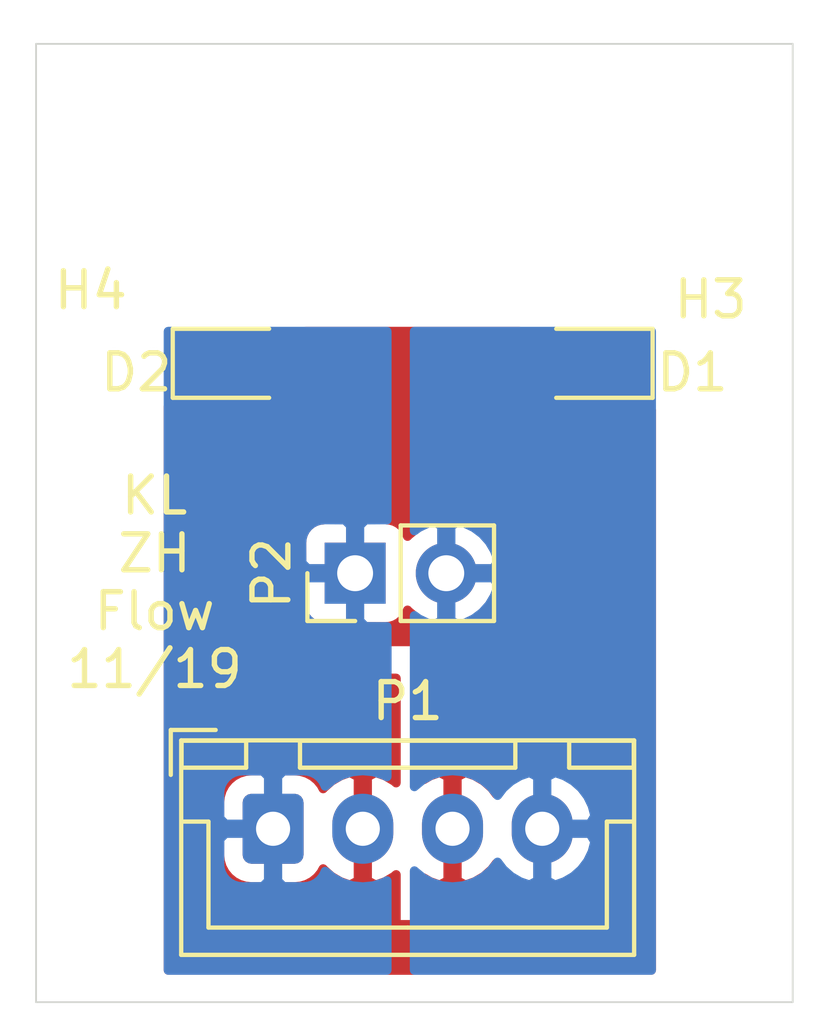
<source format=kicad_pcb>
(kicad_pcb (version 20171130) (host pcbnew "(5.1.2-1)-1")

  (general
    (thickness 1.6)
    (drawings 5)
    (tracks 0)
    (zones 0)
    (modules 6)
    (nets 5)
  )

  (page A4)
  (layers
    (0 F.Cu signal)
    (31 B.Cu signal)
    (32 B.Adhes user)
    (33 F.Adhes user)
    (34 B.Paste user)
    (35 F.Paste user)
    (36 B.SilkS user)
    (37 F.SilkS user)
    (38 B.Mask user)
    (39 F.Mask user)
    (40 Dwgs.User user)
    (41 Cmts.User user)
    (42 Eco1.User user)
    (43 Eco2.User user)
    (44 Edge.Cuts user)
    (45 Margin user)
    (46 B.CrtYd user)
    (47 F.CrtYd user)
    (48 B.Fab user)
    (49 F.Fab user)
  )

  (setup
    (last_trace_width 0.25)
    (user_trace_width 0.75)
    (trace_clearance 0.2)
    (zone_clearance 0.508)
    (zone_45_only no)
    (trace_min 0.2)
    (via_size 0.8)
    (via_drill 0.4)
    (via_min_size 0.4)
    (via_min_drill 0.3)
    (uvia_size 0.3)
    (uvia_drill 0.1)
    (uvias_allowed no)
    (uvia_min_size 0.2)
    (uvia_min_drill 0.1)
    (edge_width 0.05)
    (segment_width 0.2)
    (pcb_text_width 0.3)
    (pcb_text_size 1.5 1.5)
    (mod_edge_width 0.12)
    (mod_text_size 1 1)
    (mod_text_width 0.15)
    (pad_size 1.6 1.6)
    (pad_drill 1)
    (pad_to_mask_clearance 0.051)
    (solder_mask_min_width 0.25)
    (aux_axis_origin 0 0)
    (visible_elements FFFFFF7F)
    (pcbplotparams
      (layerselection 0x010fc_ffffffff)
      (usegerberextensions false)
      (usegerberattributes false)
      (usegerberadvancedattributes false)
      (creategerberjobfile false)
      (excludeedgelayer true)
      (linewidth 0.100000)
      (plotframeref false)
      (viasonmask false)
      (mode 1)
      (useauxorigin false)
      (hpglpennumber 1)
      (hpglpenspeed 20)
      (hpglpendiameter 15.000000)
      (psnegative false)
      (psa4output false)
      (plotreference true)
      (plotvalue true)
      (plotinvisibletext false)
      (padsonsilk false)
      (subtractmaskfromsilk false)
      (outputformat 1)
      (mirror false)
      (drillshape 0)
      (scaleselection 1)
      (outputdirectory ""))
  )

  (net 0 "")
  (net 1 /LED_GND)
  (net 2 /LED_PWR)
  (net 3 /OUT)
  (net 4 /V_SENSE)

  (net_class Default "This is the default net class."
    (clearance 0.2)
    (trace_width 0.25)
    (via_dia 0.8)
    (via_drill 0.4)
    (uvia_dia 0.3)
    (uvia_drill 0.1)
    (add_net /LED_GND)
    (add_net /LED_PWR)
    (add_net /OUT)
    (add_net /V_SENSE)
  )

  (module MountingHole:MountingHole_3.5mm (layer F.Cu) (tedit 56D1B4CB) (tstamp 5DC548D2)
    (at 190.072 36.3855 180)
    (descr "Mounting Hole 3.5mm, no annular")
    (tags "mounting hole 3.5mm no annular")
    (path /5DD4D03E)
    (attr virtual)
    (fp_text reference H3 (at -1.952 -2.9845) (layer F.SilkS)
      (effects (font (size 1 1) (thickness 0.15)))
    )
    (fp_text value MountingHole (at 0 4.5) (layer F.Fab)
      (effects (font (size 1 1) (thickness 0.15)))
    )
    (fp_text user %R (at 0.3 0) (layer F.Fab)
      (effects (font (size 1 1) (thickness 0.15)))
    )
    (fp_circle (center 0 0) (end 3.5 0) (layer Cmts.User) (width 0.15))
    (fp_circle (center 0 0) (end 3.75 0) (layer F.CrtYd) (width 0.05))
    (pad 1 np_thru_hole circle (at 0 0 180) (size 3.5 3.5) (drill 3.5) (layers *.Cu *.Mask))
  )

  (module MountingHole:MountingHole_3.5mm (layer F.Cu) (tedit 56D1B4CB) (tstamp 5DC548E7)
    (at 177.372 36.3855 180)
    (descr "Mounting Hole 3.5mm, no annular")
    (tags "mounting hole 3.5mm no annular")
    (path /5DD4D6F9)
    (attr virtual)
    (fp_text reference H4 (at 2.62 -2.7305) (layer F.SilkS)
      (effects (font (size 1 1) (thickness 0.15)))
    )
    (fp_text value MountingHole (at 0 4.5) (layer F.Fab)
      (effects (font (size 1 1) (thickness 0.15)))
    )
    (fp_circle (center 0 0) (end 3.75 0) (layer F.CrtYd) (width 0.05))
    (fp_circle (center 0 0) (end 3.5 0) (layer Cmts.User) (width 0.15))
    (fp_text user %R (at 0.3 0) (layer F.Fab)
      (effects (font (size 1 1) (thickness 0.15)))
    )
    (pad 1 np_thru_hole circle (at 0 0 180) (size 3.5 3.5) (drill 3.5) (layers *.Cu *.Mask))
  )

  (module Diode_SMD:D_0805_2012Metric (layer F.Cu) (tedit 5B36C52B) (tstamp 5DC54907)
    (at 188.722 41.148 180)
    (descr "Diode SMD 0805 (2012 Metric), square (rectangular) end terminal, IPC_7351 nominal, (Body size source: https://docs.google.com/spreadsheets/d/1BsfQQcO9C6DZCsRaXUlFlo91Tg2WpOkGARC1WS5S8t0/edit?usp=sharing), generated with kicad-footprint-generator")
    (tags diode)
    (path /5DD29B39)
    (attr smd)
    (fp_text reference D1 (at -2.794 -0.254) (layer F.SilkS)
      (effects (font (size 1 1) (thickness 0.15)))
    )
    (fp_text value D (at 0 1.65) (layer F.Fab)
      (effects (font (size 1 1) (thickness 0.15)))
    )
    (fp_text user %R (at 0 0) (layer F.Fab)
      (effects (font (size 0.5 0.5) (thickness 0.08)))
    )
    (fp_line (start 1.68 0.95) (end -1.68 0.95) (layer F.CrtYd) (width 0.05))
    (fp_line (start 1.68 -0.95) (end 1.68 0.95) (layer F.CrtYd) (width 0.05))
    (fp_line (start -1.68 -0.95) (end 1.68 -0.95) (layer F.CrtYd) (width 0.05))
    (fp_line (start -1.68 0.95) (end -1.68 -0.95) (layer F.CrtYd) (width 0.05))
    (fp_line (start -1.685 0.96) (end 1 0.96) (layer F.SilkS) (width 0.12))
    (fp_line (start -1.685 -0.96) (end -1.685 0.96) (layer F.SilkS) (width 0.12))
    (fp_line (start 1 -0.96) (end -1.685 -0.96) (layer F.SilkS) (width 0.12))
    (fp_line (start 1 0.6) (end 1 -0.6) (layer F.Fab) (width 0.1))
    (fp_line (start -1 0.6) (end 1 0.6) (layer F.Fab) (width 0.1))
    (fp_line (start -1 -0.3) (end -1 0.6) (layer F.Fab) (width 0.1))
    (fp_line (start -0.7 -0.6) (end -1 -0.3) (layer F.Fab) (width 0.1))
    (fp_line (start 1 -0.6) (end -0.7 -0.6) (layer F.Fab) (width 0.1))
    (pad 2 smd roundrect (at 0.9375 0 180) (size 0.975 1.4) (layers F.Cu F.Paste F.Mask) (roundrect_rratio 0.25)
      (net 3 /OUT))
    (pad 1 smd roundrect (at -0.9375 0 180) (size 0.975 1.4) (layers F.Cu F.Paste F.Mask) (roundrect_rratio 0.25)
      (net 4 /V_SENSE))
    (model ${KISYS3DMOD}/Diode_SMD.3dshapes/D_0805_2012Metric.wrl
      (at (xyz 0 0 0))
      (scale (xyz 1 1 1))
      (rotate (xyz 0 0 0))
    )
  )

  (module Diode_SMD:D_0805_2012Metric (layer F.Cu) (tedit 5B36C52B) (tstamp 5DC548A7)
    (at 178.722 41.148)
    (descr "Diode SMD 0805 (2012 Metric), square (rectangular) end terminal, IPC_7351 nominal, (Body size source: https://docs.google.com/spreadsheets/d/1BsfQQcO9C6DZCsRaXUlFlo91Tg2WpOkGARC1WS5S8t0/edit?usp=sharing), generated with kicad-footprint-generator")
    (tags diode)
    (path /5DD28563)
    (attr smd)
    (fp_text reference D2 (at -2.7 0.254) (layer F.SilkS)
      (effects (font (size 1 1) (thickness 0.15)))
    )
    (fp_text value D (at 0 1.65) (layer F.Fab)
      (effects (font (size 1 1) (thickness 0.15)))
    )
    (fp_line (start 1 -0.6) (end -0.7 -0.6) (layer F.Fab) (width 0.1))
    (fp_line (start -0.7 -0.6) (end -1 -0.3) (layer F.Fab) (width 0.1))
    (fp_line (start -1 -0.3) (end -1 0.6) (layer F.Fab) (width 0.1))
    (fp_line (start -1 0.6) (end 1 0.6) (layer F.Fab) (width 0.1))
    (fp_line (start 1 0.6) (end 1 -0.6) (layer F.Fab) (width 0.1))
    (fp_line (start 1 -0.96) (end -1.685 -0.96) (layer F.SilkS) (width 0.12))
    (fp_line (start -1.685 -0.96) (end -1.685 0.96) (layer F.SilkS) (width 0.12))
    (fp_line (start -1.685 0.96) (end 1 0.96) (layer F.SilkS) (width 0.12))
    (fp_line (start -1.68 0.95) (end -1.68 -0.95) (layer F.CrtYd) (width 0.05))
    (fp_line (start -1.68 -0.95) (end 1.68 -0.95) (layer F.CrtYd) (width 0.05))
    (fp_line (start 1.68 -0.95) (end 1.68 0.95) (layer F.CrtYd) (width 0.05))
    (fp_line (start 1.68 0.95) (end -1.68 0.95) (layer F.CrtYd) (width 0.05))
    (fp_text user %R (at 0 0) (layer F.Fab)
      (effects (font (size 0.5 0.5) (thickness 0.08)))
    )
    (pad 1 smd roundrect (at -0.9375 0) (size 0.975 1.4) (layers F.Cu F.Paste F.Mask) (roundrect_rratio 0.25)
      (net 4 /V_SENSE))
    (pad 2 smd roundrect (at 0.9375 0) (size 0.975 1.4) (layers F.Cu F.Paste F.Mask) (roundrect_rratio 0.25)
      (net 3 /OUT))
    (model ${KISYS3DMOD}/Diode_SMD.3dshapes/D_0805_2012Metric.wrl
      (at (xyz 0 0 0))
      (scale (xyz 1 1 1))
      (rotate (xyz 0 0 0))
    )
  )

  (module Connector_JST:JST_XH_B4B-XH-A_1x04_P2.50mm_Vertical (layer F.Cu) (tedit 5C28146C) (tstamp 5DC53BFC)
    (at 179.832 54.102)
    (descr "JST XH series connector, B4B-XH-A (http://www.jst-mfg.com/product/pdf/eng/eXH.pdf), generated with kicad-footprint-generator")
    (tags "connector JST XH vertical")
    (path /5DD0C0C4)
    (fp_text reference P1 (at 3.75 -3.55) (layer F.SilkS)
      (effects (font (size 1 1) (thickness 0.15)))
    )
    (fp_text value CONN_01X04 (at 3.75 4.6) (layer F.Fab)
      (effects (font (size 1 1) (thickness 0.15)))
    )
    (fp_line (start -2.45 -2.35) (end -2.45 3.4) (layer F.Fab) (width 0.1))
    (fp_line (start -2.45 3.4) (end 9.95 3.4) (layer F.Fab) (width 0.1))
    (fp_line (start 9.95 3.4) (end 9.95 -2.35) (layer F.Fab) (width 0.1))
    (fp_line (start 9.95 -2.35) (end -2.45 -2.35) (layer F.Fab) (width 0.1))
    (fp_line (start -2.56 -2.46) (end -2.56 3.51) (layer F.SilkS) (width 0.12))
    (fp_line (start -2.56 3.51) (end 10.06 3.51) (layer F.SilkS) (width 0.12))
    (fp_line (start 10.06 3.51) (end 10.06 -2.46) (layer F.SilkS) (width 0.12))
    (fp_line (start 10.06 -2.46) (end -2.56 -2.46) (layer F.SilkS) (width 0.12))
    (fp_line (start -2.95 -2.85) (end -2.95 3.9) (layer F.CrtYd) (width 0.05))
    (fp_line (start -2.95 3.9) (end 10.45 3.9) (layer F.CrtYd) (width 0.05))
    (fp_line (start 10.45 3.9) (end 10.45 -2.85) (layer F.CrtYd) (width 0.05))
    (fp_line (start 10.45 -2.85) (end -2.95 -2.85) (layer F.CrtYd) (width 0.05))
    (fp_line (start -0.625 -2.35) (end 0 -1.35) (layer F.Fab) (width 0.1))
    (fp_line (start 0 -1.35) (end 0.625 -2.35) (layer F.Fab) (width 0.1))
    (fp_line (start 0.75 -2.45) (end 0.75 -1.7) (layer F.SilkS) (width 0.12))
    (fp_line (start 0.75 -1.7) (end 6.75 -1.7) (layer F.SilkS) (width 0.12))
    (fp_line (start 6.75 -1.7) (end 6.75 -2.45) (layer F.SilkS) (width 0.12))
    (fp_line (start 6.75 -2.45) (end 0.75 -2.45) (layer F.SilkS) (width 0.12))
    (fp_line (start -2.55 -2.45) (end -2.55 -1.7) (layer F.SilkS) (width 0.12))
    (fp_line (start -2.55 -1.7) (end -0.75 -1.7) (layer F.SilkS) (width 0.12))
    (fp_line (start -0.75 -1.7) (end -0.75 -2.45) (layer F.SilkS) (width 0.12))
    (fp_line (start -0.75 -2.45) (end -2.55 -2.45) (layer F.SilkS) (width 0.12))
    (fp_line (start 8.25 -2.45) (end 8.25 -1.7) (layer F.SilkS) (width 0.12))
    (fp_line (start 8.25 -1.7) (end 10.05 -1.7) (layer F.SilkS) (width 0.12))
    (fp_line (start 10.05 -1.7) (end 10.05 -2.45) (layer F.SilkS) (width 0.12))
    (fp_line (start 10.05 -2.45) (end 8.25 -2.45) (layer F.SilkS) (width 0.12))
    (fp_line (start -2.55 -0.2) (end -1.8 -0.2) (layer F.SilkS) (width 0.12))
    (fp_line (start -1.8 -0.2) (end -1.8 2.75) (layer F.SilkS) (width 0.12))
    (fp_line (start -1.8 2.75) (end 3.75 2.75) (layer F.SilkS) (width 0.12))
    (fp_line (start 10.05 -0.2) (end 9.3 -0.2) (layer F.SilkS) (width 0.12))
    (fp_line (start 9.3 -0.2) (end 9.3 2.75) (layer F.SilkS) (width 0.12))
    (fp_line (start 9.3 2.75) (end 3.75 2.75) (layer F.SilkS) (width 0.12))
    (fp_line (start -1.6 -2.75) (end -2.85 -2.75) (layer F.SilkS) (width 0.12))
    (fp_line (start -2.85 -2.75) (end -2.85 -1.5) (layer F.SilkS) (width 0.12))
    (fp_text user %R (at 3.75 2.7) (layer F.Fab)
      (effects (font (size 1 1) (thickness 0.15)))
    )
    (pad 1 thru_hole roundrect (at 0 0) (size 1.7 1.95) (drill 0.95) (layers *.Cu *.Mask) (roundrect_rratio 0.147059)
      (net 2 /LED_PWR))
    (pad 2 thru_hole oval (at 2.5 0) (size 1.7 1.95) (drill 0.95) (layers *.Cu *.Mask)
      (net 4 /V_SENSE))
    (pad 3 thru_hole oval (at 5 0) (size 1.7 1.95) (drill 0.95) (layers *.Cu *.Mask)
      (net 3 /OUT))
    (pad 4 thru_hole oval (at 7.5 0) (size 1.7 1.95) (drill 0.95) (layers *.Cu *.Mask)
      (net 1 /LED_GND))
    (model ${KISYS3DMOD}/Connector_JST.3dshapes/JST_XH_B4B-XH-A_1x04_P2.50mm_Vertical.wrl
      (at (xyz 0 0 0))
      (scale (xyz 1 1 1))
      (rotate (xyz 0 0 0))
    )
  )

  (module Connector_PinHeader_2.54mm:PinHeader_1x02_P2.54mm_Vertical (layer F.Cu) (tedit 59FED5CC) (tstamp 5DC53FE8)
    (at 182.118 46.99 90)
    (descr "Through hole straight pin header, 1x02, 2.54mm pitch, single row")
    (tags "Through hole pin header THT 1x02 2.54mm single row")
    (path /5DD48C42)
    (fp_text reference P2 (at 0 -2.33 90) (layer F.SilkS)
      (effects (font (size 1 1) (thickness 0.15)))
    )
    (fp_text value CONN_01X02 (at 0 4.87 90) (layer F.Fab)
      (effects (font (size 1 1) (thickness 0.15)))
    )
    (fp_line (start -0.635 -1.27) (end 1.27 -1.27) (layer F.Fab) (width 0.1))
    (fp_line (start 1.27 -1.27) (end 1.27 3.81) (layer F.Fab) (width 0.1))
    (fp_line (start 1.27 3.81) (end -1.27 3.81) (layer F.Fab) (width 0.1))
    (fp_line (start -1.27 3.81) (end -1.27 -0.635) (layer F.Fab) (width 0.1))
    (fp_line (start -1.27 -0.635) (end -0.635 -1.27) (layer F.Fab) (width 0.1))
    (fp_line (start -1.33 3.87) (end 1.33 3.87) (layer F.SilkS) (width 0.12))
    (fp_line (start -1.33 1.27) (end -1.33 3.87) (layer F.SilkS) (width 0.12))
    (fp_line (start 1.33 1.27) (end 1.33 3.87) (layer F.SilkS) (width 0.12))
    (fp_line (start -1.33 1.27) (end 1.33 1.27) (layer F.SilkS) (width 0.12))
    (fp_line (start -1.33 0) (end -1.33 -1.33) (layer F.SilkS) (width 0.12))
    (fp_line (start -1.33 -1.33) (end 0 -1.33) (layer F.SilkS) (width 0.12))
    (fp_line (start -1.8 -1.8) (end -1.8 4.35) (layer F.CrtYd) (width 0.05))
    (fp_line (start -1.8 4.35) (end 1.8 4.35) (layer F.CrtYd) (width 0.05))
    (fp_line (start 1.8 4.35) (end 1.8 -1.8) (layer F.CrtYd) (width 0.05))
    (fp_line (start 1.8 -1.8) (end -1.8 -1.8) (layer F.CrtYd) (width 0.05))
    (fp_text user %R (at 0 1.27) (layer F.Fab)
      (effects (font (size 1 1) (thickness 0.15)))
    )
    (pad 1 thru_hole rect (at 0 0 90) (size 1.7 1.7) (drill 1) (layers *.Cu *.Mask)
      (net 2 /LED_PWR))
    (pad 2 thru_hole oval (at 0 2.54 90) (size 1.7 1.7) (drill 1) (layers *.Cu *.Mask)
      (net 1 /LED_GND))
    (model ${KISYS3DMOD}/Connector_PinHeader_2.54mm.3dshapes/PinHeader_1x02_P2.54mm_Vertical.wrl
      (at (xyz 0 0 0))
      (scale (xyz 1 1 1))
      (rotate (xyz 0 0 0))
    )
  )

  (gr_text "KL\nZH\nFlow\n11/19" (at 176.53 47.244) (layer F.SilkS) (tstamp 5DC54CBF)
    (effects (font (size 1 1) (thickness 0.15)))
  )
  (gr_line (start 173.228 32.258) (end 194.31 32.258) (layer Edge.Cuts) (width 0.05))
  (gr_line (start 173.228 58.928) (end 173.228 32.258) (layer Edge.Cuts) (width 0.05))
  (gr_line (start 194.31 58.928) (end 173.228 58.928) (layer Edge.Cuts) (width 0.05))
  (gr_line (start 194.31 32.258) (end 194.31 58.928) (layer Edge.Cuts) (width 0.05))

  (zone (net 3) (net_name /OUT) (layer F.Cu) (tstamp 0) (hatch edge 0.508)
    (connect_pads (clearance 0.508))
    (min_thickness 0.254)
    (fill yes (arc_segments 32) (thermal_gap 0.508) (thermal_bridge_width 0.508))
    (polygon
      (pts
        (xy 188.468 40.132) (xy 178.816 40.132) (xy 178.816 49.022) (xy 183.896 49.022) (xy 183.896 56.134)
        (xy 186.182 56.134) (xy 186.182 49.022) (xy 188.468 49.022)
      )
    )
    (filled_polygon
      (pts
        (xy 186.671188 40.323518) (xy 186.658928 40.448) (xy 186.662 40.86225) (xy 186.82075 41.021) (xy 187.6575 41.021)
        (xy 187.6575 41.001) (xy 187.9115 41.001) (xy 187.9115 41.021) (xy 187.9315 41.021) (xy 187.9315 41.275)
        (xy 187.9115 41.275) (xy 187.9115 42.32425) (xy 188.07025 42.483) (xy 188.272 42.486072) (xy 188.341 42.479276)
        (xy 188.341 48.895) (xy 186.182 48.895) (xy 186.157224 48.89744) (xy 186.133399 48.904667) (xy 186.111443 48.916403)
        (xy 186.092197 48.932197) (xy 186.076403 48.951443) (xy 186.064667 48.973399) (xy 186.05744 48.997224) (xy 186.055 49.022)
        (xy 186.055 53.144032) (xy 185.921049 52.967571) (xy 185.703193 52.774504) (xy 185.451858 52.627648) (xy 185.18889 52.535524)
        (xy 184.959 52.656845) (xy 184.959 53.975) (xy 184.979 53.975) (xy 184.979 54.229) (xy 184.959 54.229)
        (xy 184.959 55.547155) (xy 185.18889 55.668476) (xy 185.451858 55.576352) (xy 185.703193 55.429496) (xy 185.921049 55.236429)
        (xy 186.055 55.059968) (xy 186.055 56.007) (xy 184.023 56.007) (xy 184.023 55.465836) (xy 184.212142 55.576352)
        (xy 184.47511 55.668476) (xy 184.705 55.547155) (xy 184.705 54.229) (xy 184.685 54.229) (xy 184.685 53.975)
        (xy 184.705 53.975) (xy 184.705 52.656845) (xy 184.47511 52.535524) (xy 184.212142 52.627648) (xy 184.023 52.738164)
        (xy 184.023 49.022) (xy 184.02056 48.997224) (xy 184.013333 48.973399) (xy 184.001597 48.951443) (xy 183.985803 48.932197)
        (xy 183.966557 48.916403) (xy 183.944601 48.904667) (xy 183.920776 48.89744) (xy 183.896 48.895) (xy 178.943 48.895)
        (xy 178.943 46.14) (xy 180.629928 46.14) (xy 180.629928 47.84) (xy 180.642188 47.964482) (xy 180.678498 48.08418)
        (xy 180.737463 48.194494) (xy 180.816815 48.291185) (xy 180.913506 48.370537) (xy 181.02382 48.429502) (xy 181.143518 48.465812)
        (xy 181.268 48.478072) (xy 182.968 48.478072) (xy 183.092482 48.465812) (xy 183.21218 48.429502) (xy 183.322494 48.370537)
        (xy 183.419185 48.291185) (xy 183.498537 48.194494) (xy 183.557502 48.08418) (xy 183.578393 48.015313) (xy 183.602866 48.045134)
        (xy 183.828986 48.230706) (xy 184.086966 48.368599) (xy 184.366889 48.453513) (xy 184.58505 48.475) (xy 184.73095 48.475)
        (xy 184.949111 48.453513) (xy 185.229034 48.368599) (xy 185.487014 48.230706) (xy 185.713134 48.045134) (xy 185.898706 47.819014)
        (xy 186.036599 47.561034) (xy 186.121513 47.281111) (xy 186.150185 46.99) (xy 186.121513 46.698889) (xy 186.036599 46.418966)
        (xy 185.898706 46.160986) (xy 185.713134 45.934866) (xy 185.487014 45.749294) (xy 185.229034 45.611401) (xy 184.949111 45.526487)
        (xy 184.73095 45.505) (xy 184.58505 45.505) (xy 184.366889 45.526487) (xy 184.086966 45.611401) (xy 183.828986 45.749294)
        (xy 183.602866 45.934866) (xy 183.578393 45.964687) (xy 183.557502 45.89582) (xy 183.498537 45.785506) (xy 183.419185 45.688815)
        (xy 183.322494 45.609463) (xy 183.21218 45.550498) (xy 183.092482 45.514188) (xy 182.968 45.501928) (xy 181.268 45.501928)
        (xy 181.143518 45.514188) (xy 181.02382 45.550498) (xy 180.913506 45.609463) (xy 180.816815 45.688815) (xy 180.737463 45.785506)
        (xy 180.678498 45.89582) (xy 180.642188 46.015518) (xy 180.629928 46.14) (xy 178.943 46.14) (xy 178.943 42.442107)
        (xy 179.047518 42.473812) (xy 179.172 42.486072) (xy 179.37375 42.483) (xy 179.5325 42.32425) (xy 179.5325 41.275)
        (xy 179.7865 41.275) (xy 179.7865 42.32425) (xy 179.94525 42.483) (xy 180.147 42.486072) (xy 180.271482 42.473812)
        (xy 180.39118 42.437502) (xy 180.501494 42.378537) (xy 180.598185 42.299185) (xy 180.677537 42.202494) (xy 180.736502 42.09218)
        (xy 180.772812 41.972482) (xy 180.785072 41.848) (xy 186.658928 41.848) (xy 186.671188 41.972482) (xy 186.707498 42.09218)
        (xy 186.766463 42.202494) (xy 186.845815 42.299185) (xy 186.942506 42.378537) (xy 187.05282 42.437502) (xy 187.172518 42.473812)
        (xy 187.297 42.486072) (xy 187.49875 42.483) (xy 187.6575 42.32425) (xy 187.6575 41.275) (xy 186.82075 41.275)
        (xy 186.662 41.43375) (xy 186.658928 41.848) (xy 180.785072 41.848) (xy 180.782 41.43375) (xy 180.62325 41.275)
        (xy 179.7865 41.275) (xy 179.5325 41.275) (xy 179.5125 41.275) (xy 179.5125 41.021) (xy 179.5325 41.021)
        (xy 179.5325 41.001) (xy 179.7865 41.001) (xy 179.7865 41.021) (xy 180.62325 41.021) (xy 180.782 40.86225)
        (xy 180.785072 40.448) (xy 180.772812 40.323518) (xy 180.753241 40.259) (xy 186.690759 40.259)
      )
    )
  )
  (zone (net 4) (net_name /V_SENSE) (layer F.Cu) (tstamp 0) (hatch edge 0.508)
    (connect_pads (clearance 0.508))
    (min_thickness 0.254)
    (fill yes (arc_segments 32) (thermal_gap 0.508) (thermal_bridge_width 0.508))
    (polygon
      (pts
        (xy 190.5 40.132) (xy 188.976 40.132) (xy 188.976 49.53) (xy 186.69 49.53) (xy 186.69 56.642)
        (xy 183.388 56.642) (xy 183.388 49.784) (xy 178.308 49.784) (xy 178.308 40.132) (xy 176.784 40.132)
        (xy 176.784 58.166) (xy 190.5 58.166)
      )
    )
    (filled_polygon
      (pts
        (xy 177.9115 41.021) (xy 177.9315 41.021) (xy 177.9315 41.275) (xy 177.9115 41.275) (xy 177.9115 42.32425)
        (xy 178.07025 42.483) (xy 178.181 42.484686) (xy 178.181 49.784) (xy 178.18344 49.808776) (xy 178.190667 49.832601)
        (xy 178.202403 49.854557) (xy 178.218197 49.873803) (xy 178.237443 49.889597) (xy 178.259399 49.901333) (xy 178.283224 49.90856)
        (xy 178.308 49.911) (xy 183.261 49.911) (xy 183.261 52.825733) (xy 183.203193 52.774504) (xy 182.951858 52.627648)
        (xy 182.68889 52.535524) (xy 182.459 52.656845) (xy 182.459 53.975) (xy 182.479 53.975) (xy 182.479 54.229)
        (xy 182.459 54.229) (xy 182.459 55.547155) (xy 182.68889 55.668476) (xy 182.951858 55.576352) (xy 183.203193 55.429496)
        (xy 183.261 55.378267) (xy 183.261 56.642) (xy 183.26344 56.666776) (xy 183.270667 56.690601) (xy 183.282403 56.712557)
        (xy 183.298197 56.731803) (xy 183.317443 56.747597) (xy 183.339399 56.759333) (xy 183.363224 56.76656) (xy 183.388 56.769)
        (xy 186.69 56.769) (xy 186.714776 56.76656) (xy 186.738601 56.759333) (xy 186.760557 56.747597) (xy 186.779803 56.731803)
        (xy 186.795597 56.712557) (xy 186.807333 56.690601) (xy 186.81456 56.666776) (xy 186.817 56.642) (xy 186.817 55.622596)
        (xy 187.04089 55.690513) (xy 187.332 55.719185) (xy 187.623111 55.690513) (xy 187.903034 55.605599) (xy 188.161014 55.467706)
        (xy 188.387134 55.282134) (xy 188.572706 55.056014) (xy 188.710599 54.798033) (xy 188.795513 54.51811) (xy 188.817 54.299949)
        (xy 188.817 53.90405) (xy 188.795513 53.685889) (xy 188.710599 53.405966) (xy 188.572706 53.147986) (xy 188.387134 52.921866)
        (xy 188.161013 52.736294) (xy 187.903033 52.598401) (xy 187.62311 52.513487) (xy 187.332 52.484815) (xy 187.040889 52.513487)
        (xy 186.817 52.581403) (xy 186.817 49.657) (xy 188.976 49.657) (xy 189.000776 49.65456) (xy 189.024601 49.647333)
        (xy 189.046557 49.635597) (xy 189.065803 49.619803) (xy 189.081597 49.600557) (xy 189.093333 49.578601) (xy 189.10056 49.554776)
        (xy 189.103 49.53) (xy 189.103 42.479276) (xy 189.172 42.486072) (xy 189.37375 42.483) (xy 189.5325 42.32425)
        (xy 189.5325 41.275) (xy 189.5125 41.275) (xy 189.5125 41.021) (xy 189.5325 41.021) (xy 189.5325 41.001)
        (xy 189.7865 41.001) (xy 189.7865 41.021) (xy 189.8065 41.021) (xy 189.8065 41.275) (xy 189.7865 41.275)
        (xy 189.7865 42.32425) (xy 189.94525 42.483) (xy 190.147 42.486072) (xy 190.271482 42.473812) (xy 190.373 42.443017)
        (xy 190.373 58.039) (xy 176.911 58.039) (xy 176.911 53.377) (xy 178.343928 53.377) (xy 178.343928 54.827)
        (xy 178.360992 55.000254) (xy 178.411528 55.16685) (xy 178.493595 55.320386) (xy 178.604038 55.454962) (xy 178.738614 55.565405)
        (xy 178.89215 55.647472) (xy 179.058746 55.698008) (xy 179.232 55.715072) (xy 180.432 55.715072) (xy 180.605254 55.698008)
        (xy 180.77185 55.647472) (xy 180.925386 55.565405) (xy 181.059962 55.454962) (xy 181.170405 55.320386) (xy 181.226714 55.215039)
        (xy 181.242951 55.236429) (xy 181.460807 55.429496) (xy 181.712142 55.576352) (xy 181.97511 55.668476) (xy 182.205 55.547155)
        (xy 182.205 54.229) (xy 182.185 54.229) (xy 182.185 53.975) (xy 182.205 53.975) (xy 182.205 52.656845)
        (xy 181.97511 52.535524) (xy 181.712142 52.627648) (xy 181.460807 52.774504) (xy 181.242951 52.967571) (xy 181.226714 52.988961)
        (xy 181.170405 52.883614) (xy 181.059962 52.749038) (xy 180.925386 52.638595) (xy 180.77185 52.556528) (xy 180.605254 52.505992)
        (xy 180.432 52.488928) (xy 179.232 52.488928) (xy 179.058746 52.505992) (xy 178.89215 52.556528) (xy 178.738614 52.638595)
        (xy 178.604038 52.749038) (xy 178.493595 52.883614) (xy 178.411528 53.03715) (xy 178.360992 53.203746) (xy 178.343928 53.377)
        (xy 176.911 53.377) (xy 176.911 42.352681) (xy 176.942506 42.378537) (xy 177.05282 42.437502) (xy 177.172518 42.473812)
        (xy 177.297 42.486072) (xy 177.49875 42.483) (xy 177.6575 42.32425) (xy 177.6575 41.275) (xy 177.6375 41.275)
        (xy 177.6375 41.021) (xy 177.6575 41.021) (xy 177.6575 41.001) (xy 177.9115 41.001)
      )
    )
  )
  (zone (net 1) (net_name /LED_GND) (layer B.Cu) (tstamp 0) (hatch edge 0.508)
    (connect_pads (clearance 0.508))
    (min_thickness 0.254)
    (fill yes (arc_segments 32) (thermal_gap 0.508) (thermal_bridge_width 0.508))
    (polygon
      (pts
        (xy 190.5 58.166) (xy 190.5 40.132) (xy 183.642 40.132) (xy 183.642 58.166)
      )
    )
    (filled_polygon
      (pts
        (xy 190.373 58.039) (xy 183.769 58.039) (xy 183.769 55.272549) (xy 183.776866 55.282134) (xy 184.002987 55.467706)
        (xy 184.260967 55.605599) (xy 184.54089 55.690513) (xy 184.832 55.719185) (xy 185.123111 55.690513) (xy 185.403034 55.605599)
        (xy 185.661014 55.467706) (xy 185.887134 55.282134) (xy 186.072706 55.056014) (xy 186.086462 55.030278) (xy 186.242951 55.236429)
        (xy 186.460807 55.429496) (xy 186.712142 55.576352) (xy 186.97511 55.668476) (xy 187.205 55.547155) (xy 187.205 54.229)
        (xy 187.459 54.229) (xy 187.459 55.547155) (xy 187.68889 55.668476) (xy 187.951858 55.576352) (xy 188.203193 55.429496)
        (xy 188.421049 55.236429) (xy 188.597053 55.00457) (xy 188.724442 54.74283) (xy 188.79832 54.461267) (xy 188.658165 54.229)
        (xy 187.459 54.229) (xy 187.205 54.229) (xy 187.185 54.229) (xy 187.185 53.975) (xy 187.205 53.975)
        (xy 187.205 52.656845) (xy 187.459 52.656845) (xy 187.459 53.975) (xy 188.658165 53.975) (xy 188.79832 53.742733)
        (xy 188.724442 53.46117) (xy 188.597053 53.19943) (xy 188.421049 52.967571) (xy 188.203193 52.774504) (xy 187.951858 52.627648)
        (xy 187.68889 52.535524) (xy 187.459 52.656845) (xy 187.205 52.656845) (xy 186.97511 52.535524) (xy 186.712142 52.627648)
        (xy 186.460807 52.774504) (xy 186.242951 52.967571) (xy 186.086462 53.173722) (xy 186.072706 53.147986) (xy 185.887134 52.921866)
        (xy 185.661013 52.736294) (xy 185.403033 52.598401) (xy 185.12311 52.513487) (xy 184.832 52.484815) (xy 184.540889 52.513487)
        (xy 184.260966 52.598401) (xy 184.002986 52.736294) (xy 183.776866 52.921866) (xy 183.769 52.931451) (xy 183.769 48.170583)
        (xy 183.89108 48.261641) (xy 184.153901 48.386825) (xy 184.30111 48.431476) (xy 184.531 48.310155) (xy 184.531 47.117)
        (xy 184.785 47.117) (xy 184.785 48.310155) (xy 185.01489 48.431476) (xy 185.162099 48.386825) (xy 185.42492 48.261641)
        (xy 185.658269 48.087588) (xy 185.853178 47.871355) (xy 186.002157 47.621252) (xy 186.099481 47.346891) (xy 185.978814 47.117)
        (xy 184.785 47.117) (xy 184.531 47.117) (xy 184.511 47.117) (xy 184.511 46.863) (xy 184.531 46.863)
        (xy 184.531 45.669845) (xy 184.785 45.669845) (xy 184.785 46.863) (xy 185.978814 46.863) (xy 186.099481 46.633109)
        (xy 186.002157 46.358748) (xy 185.853178 46.108645) (xy 185.658269 45.892412) (xy 185.42492 45.718359) (xy 185.162099 45.593175)
        (xy 185.01489 45.548524) (xy 184.785 45.669845) (xy 184.531 45.669845) (xy 184.30111 45.548524) (xy 184.153901 45.593175)
        (xy 183.89108 45.718359) (xy 183.769 45.809417) (xy 183.769 40.259) (xy 190.373 40.259)
      )
    )
  )
  (zone (net 2) (net_name /LED_PWR) (layer B.Cu) (tstamp 0) (hatch edge 0.508)
    (connect_pads (clearance 0.508))
    (min_thickness 0.254)
    (fill yes (arc_segments 32) (thermal_gap 0.508) (thermal_bridge_width 0.508))
    (polygon
      (pts
        (xy 183.134 40.132) (xy 176.784 40.132) (xy 176.784 58.166) (xy 183.134 58.166)
      )
    )
    (filled_polygon
      (pts
        (xy 183.007 45.505769) (xy 182.968 45.501928) (xy 182.40375 45.505) (xy 182.245 45.66375) (xy 182.245 46.863)
        (xy 182.265 46.863) (xy 182.265 47.117) (xy 182.245 47.117) (xy 182.245 48.31625) (xy 182.40375 48.475)
        (xy 182.968 48.478072) (xy 183.007 48.474231) (xy 183.007 52.653972) (xy 182.903033 52.598401) (xy 182.62311 52.513487)
        (xy 182.332 52.484815) (xy 182.040889 52.513487) (xy 181.760966 52.598401) (xy 181.502986 52.736294) (xy 181.282055 52.917608)
        (xy 181.271502 52.88282) (xy 181.212537 52.772506) (xy 181.133185 52.675815) (xy 181.036494 52.596463) (xy 180.92618 52.537498)
        (xy 180.806482 52.501188) (xy 180.682 52.488928) (xy 180.11775 52.492) (xy 179.959 52.65075) (xy 179.959 53.975)
        (xy 179.979 53.975) (xy 179.979 54.229) (xy 179.959 54.229) (xy 179.959 55.55325) (xy 180.11775 55.712)
        (xy 180.682 55.715072) (xy 180.806482 55.702812) (xy 180.92618 55.666502) (xy 181.036494 55.607537) (xy 181.133185 55.528185)
        (xy 181.212537 55.431494) (xy 181.271502 55.32118) (xy 181.282055 55.286392) (xy 181.502987 55.467706) (xy 181.760967 55.605599)
        (xy 182.04089 55.690513) (xy 182.332 55.719185) (xy 182.623111 55.690513) (xy 182.903034 55.605599) (xy 183.007 55.550028)
        (xy 183.007 58.039) (xy 176.911 58.039) (xy 176.911 55.077) (xy 178.343928 55.077) (xy 178.356188 55.201482)
        (xy 178.392498 55.32118) (xy 178.451463 55.431494) (xy 178.530815 55.528185) (xy 178.627506 55.607537) (xy 178.73782 55.666502)
        (xy 178.857518 55.702812) (xy 178.982 55.715072) (xy 179.54625 55.712) (xy 179.705 55.55325) (xy 179.705 54.229)
        (xy 178.50575 54.229) (xy 178.347 54.38775) (xy 178.343928 55.077) (xy 176.911 55.077) (xy 176.911 53.127)
        (xy 178.343928 53.127) (xy 178.347 53.81625) (xy 178.50575 53.975) (xy 179.705 53.975) (xy 179.705 52.65075)
        (xy 179.54625 52.492) (xy 178.982 52.488928) (xy 178.857518 52.501188) (xy 178.73782 52.537498) (xy 178.627506 52.596463)
        (xy 178.530815 52.675815) (xy 178.451463 52.772506) (xy 178.392498 52.88282) (xy 178.356188 53.002518) (xy 178.343928 53.127)
        (xy 176.911 53.127) (xy 176.911 47.84) (xy 180.629928 47.84) (xy 180.642188 47.964482) (xy 180.678498 48.08418)
        (xy 180.737463 48.194494) (xy 180.816815 48.291185) (xy 180.913506 48.370537) (xy 181.02382 48.429502) (xy 181.143518 48.465812)
        (xy 181.268 48.478072) (xy 181.83225 48.475) (xy 181.991 48.31625) (xy 181.991 47.117) (xy 180.79175 47.117)
        (xy 180.633 47.27575) (xy 180.629928 47.84) (xy 176.911 47.84) (xy 176.911 46.14) (xy 180.629928 46.14)
        (xy 180.633 46.70425) (xy 180.79175 46.863) (xy 181.991 46.863) (xy 181.991 45.66375) (xy 181.83225 45.505)
        (xy 181.268 45.501928) (xy 181.143518 45.514188) (xy 181.02382 45.550498) (xy 180.913506 45.609463) (xy 180.816815 45.688815)
        (xy 180.737463 45.785506) (xy 180.678498 45.89582) (xy 180.642188 46.015518) (xy 180.629928 46.14) (xy 176.911 46.14)
        (xy 176.911 40.259) (xy 183.007 40.259)
      )
    )
  )
)

</source>
